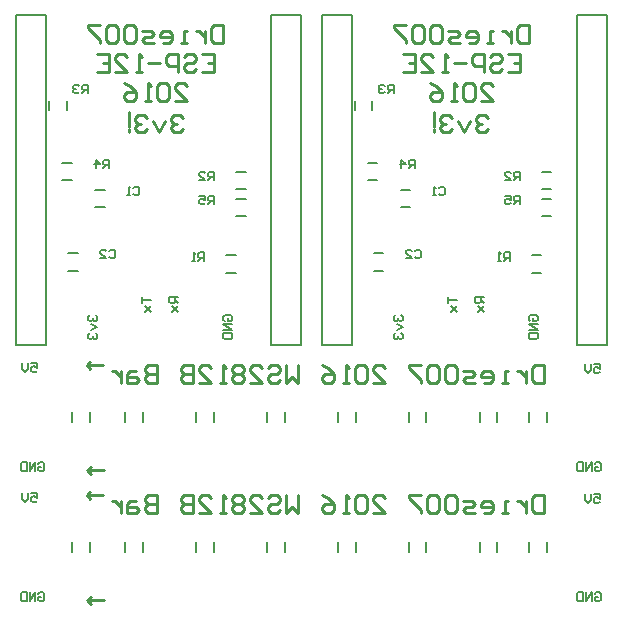
<source format=gbo>
G04 Layer_Color=32896*
%FSLAX23Y23*%
%MOIN*%
G70*
G01*
G75*
%ADD16C,0.010*%
%ADD32C,0.005*%
%ADD34C,0.008*%
D16*
X1574Y1628D02*
X1564Y1638D01*
X1544D01*
X1534Y1628D01*
Y1618D01*
X1544Y1608D01*
X1554D01*
X1544D01*
X1534Y1598D01*
Y1589D01*
X1544Y1579D01*
X1564D01*
X1574Y1589D01*
X1514Y1618D02*
X1494Y1579D01*
X1474Y1618D01*
X1454Y1628D02*
X1444Y1638D01*
X1424D01*
X1414Y1628D01*
Y1618D01*
X1424Y1608D01*
X1434D01*
X1424D01*
X1414Y1598D01*
Y1589D01*
X1424Y1579D01*
X1444D01*
X1454Y1589D01*
X1394Y1598D02*
Y1648D01*
Y1589D02*
Y1579D01*
X1549Y1684D02*
X1589D01*
X1549Y1724D01*
Y1734D01*
X1559Y1744D01*
X1579D01*
X1589Y1734D01*
X1529D02*
X1519Y1744D01*
X1499D01*
X1489Y1734D01*
Y1694D01*
X1499Y1684D01*
X1519D01*
X1529Y1694D01*
Y1734D01*
X1469Y1684D02*
X1449D01*
X1459D01*
Y1744D01*
X1469Y1734D01*
X1379Y1744D02*
X1399Y1734D01*
X1419Y1714D01*
Y1694D01*
X1409Y1684D01*
X1389D01*
X1379Y1694D01*
Y1704D01*
X1389Y1714D01*
X1419D01*
X1639Y1840D02*
X1679D01*
Y1780D01*
X1639D01*
X1679Y1810D02*
X1659D01*
X1579Y1830D02*
X1589Y1840D01*
X1609D01*
X1619Y1830D01*
Y1820D01*
X1609Y1810D01*
X1589D01*
X1579Y1800D01*
Y1790D01*
X1589Y1780D01*
X1609D01*
X1619Y1790D01*
X1559Y1780D02*
Y1840D01*
X1529D01*
X1519Y1830D01*
Y1810D01*
X1529Y1800D01*
X1559D01*
X1499Y1810D02*
X1459D01*
X1439Y1780D02*
X1419D01*
X1429D01*
Y1840D01*
X1439Y1830D01*
X1349Y1780D02*
X1389D01*
X1349Y1820D01*
Y1830D01*
X1359Y1840D01*
X1379D01*
X1389Y1830D01*
X1289Y1840D02*
X1329D01*
Y1780D01*
X1289D01*
X1329Y1810D02*
X1309D01*
X1709Y1936D02*
Y1876D01*
X1679D01*
X1669Y1886D01*
Y1926D01*
X1679Y1936D01*
X1709D01*
X1649Y1916D02*
Y1876D01*
Y1896D01*
X1639Y1906D01*
X1629Y1916D01*
X1619D01*
X1589Y1876D02*
X1569D01*
X1579D01*
Y1916D01*
X1589D01*
X1509Y1876D02*
X1529D01*
X1539Y1886D01*
Y1906D01*
X1529Y1916D01*
X1509D01*
X1499Y1906D01*
Y1896D01*
X1539D01*
X1479Y1876D02*
X1449D01*
X1439Y1886D01*
X1449Y1896D01*
X1469D01*
X1479Y1906D01*
X1469Y1916D01*
X1439D01*
X1419Y1926D02*
X1409Y1936D01*
X1389D01*
X1379Y1926D01*
Y1886D01*
X1389Y1876D01*
X1409D01*
X1419Y1886D01*
Y1926D01*
X1359D02*
X1349Y1936D01*
X1329D01*
X1319Y1926D01*
Y1886D01*
X1329Y1876D01*
X1349D01*
X1359Y1886D01*
Y1926D01*
X1299Y1936D02*
X1259D01*
Y1926D01*
X1299Y1886D01*
Y1876D01*
X555Y1628D02*
X545Y1638D01*
X525D01*
X515Y1628D01*
Y1618D01*
X525Y1608D01*
X535D01*
X525D01*
X515Y1598D01*
Y1589D01*
X525Y1579D01*
X545D01*
X555Y1589D01*
X495Y1618D02*
X475Y1579D01*
X455Y1618D01*
X435Y1628D02*
X425Y1638D01*
X405D01*
X395Y1628D01*
Y1618D01*
X405Y1608D01*
X415D01*
X405D01*
X395Y1598D01*
Y1589D01*
X405Y1579D01*
X425D01*
X435Y1589D01*
X375Y1598D02*
Y1648D01*
Y1589D02*
Y1579D01*
X530Y1684D02*
X570D01*
X530Y1724D01*
Y1734D01*
X540Y1744D01*
X560D01*
X570Y1734D01*
X510D02*
X500Y1744D01*
X480D01*
X470Y1734D01*
Y1694D01*
X480Y1684D01*
X500D01*
X510Y1694D01*
Y1734D01*
X450Y1684D02*
X430D01*
X440D01*
Y1744D01*
X450Y1734D01*
X360Y1744D02*
X380Y1734D01*
X400Y1714D01*
Y1694D01*
X390Y1684D01*
X370D01*
X360Y1694D01*
Y1704D01*
X370Y1714D01*
X400D01*
X620Y1840D02*
X660D01*
Y1780D01*
X620D01*
X660Y1810D02*
X640D01*
X560Y1830D02*
X570Y1840D01*
X590D01*
X600Y1830D01*
Y1820D01*
X590Y1810D01*
X570D01*
X560Y1800D01*
Y1790D01*
X570Y1780D01*
X590D01*
X600Y1790D01*
X540Y1780D02*
Y1840D01*
X510D01*
X500Y1830D01*
Y1810D01*
X510Y1800D01*
X540D01*
X480Y1810D02*
X440D01*
X420Y1780D02*
X400D01*
X410D01*
Y1840D01*
X420Y1830D01*
X330Y1780D02*
X370D01*
X330Y1820D01*
Y1830D01*
X340Y1840D01*
X360D01*
X370Y1830D01*
X270Y1840D02*
X310D01*
Y1780D01*
X270D01*
X310Y1810D02*
X290D01*
X690Y1936D02*
Y1876D01*
X660D01*
X650Y1886D01*
Y1926D01*
X660Y1936D01*
X690D01*
X630Y1916D02*
Y1876D01*
Y1896D01*
X620Y1906D01*
X610Y1916D01*
X600D01*
X570Y1876D02*
X550D01*
X560D01*
Y1916D01*
X570D01*
X490Y1876D02*
X510D01*
X520Y1886D01*
Y1906D01*
X510Y1916D01*
X490D01*
X480Y1906D01*
Y1896D01*
X520D01*
X460Y1876D02*
X430D01*
X420Y1886D01*
X430Y1896D01*
X450D01*
X460Y1906D01*
X450Y1916D01*
X420D01*
X400Y1926D02*
X390Y1936D01*
X370D01*
X360Y1926D01*
Y1886D01*
X370Y1876D01*
X390D01*
X400Y1886D01*
Y1926D01*
X340D02*
X330Y1936D01*
X310D01*
X300Y1926D01*
Y1886D01*
X310Y1876D01*
X330D01*
X340Y1886D01*
Y1926D01*
X280Y1936D02*
X240D01*
Y1926D01*
X280Y1886D01*
Y1876D01*
X236Y370D02*
X248Y382D01*
X236Y370D02*
X291D01*
X236D02*
X248Y358D01*
X238Y20D02*
X250Y8D01*
X238Y20D02*
X293D01*
X238D02*
X250Y32D01*
X1760Y371D02*
Y311D01*
X1730D01*
X1720Y321D01*
Y361D01*
X1730Y371D01*
X1760D01*
X1700Y351D02*
Y311D01*
Y331D01*
X1690Y341D01*
X1680Y351D01*
X1670D01*
X1640Y311D02*
X1620D01*
X1630D01*
Y351D01*
X1640D01*
X1560Y311D02*
X1580D01*
X1590Y321D01*
Y341D01*
X1580Y351D01*
X1560D01*
X1550Y341D01*
Y331D01*
X1590D01*
X1530Y311D02*
X1500D01*
X1490Y321D01*
X1500Y331D01*
X1520D01*
X1530Y341D01*
X1520Y351D01*
X1490D01*
X1470Y361D02*
X1460Y371D01*
X1440D01*
X1430Y361D01*
Y321D01*
X1440Y311D01*
X1460D01*
X1470Y321D01*
Y361D01*
X1410D02*
X1400Y371D01*
X1380D01*
X1370Y361D01*
Y321D01*
X1380Y311D01*
X1400D01*
X1410Y321D01*
Y361D01*
X1350Y371D02*
X1310D01*
Y361D01*
X1350Y321D01*
Y311D01*
X1190D02*
X1230D01*
X1190Y351D01*
Y361D01*
X1200Y371D01*
X1220D01*
X1230Y361D01*
X1170D02*
X1160Y371D01*
X1140D01*
X1130Y361D01*
Y321D01*
X1140Y311D01*
X1160D01*
X1170Y321D01*
Y361D01*
X1110Y311D02*
X1090D01*
X1100D01*
Y371D01*
X1110Y361D01*
X1020Y371D02*
X1040Y361D01*
X1060Y341D01*
Y321D01*
X1050Y311D01*
X1030D01*
X1020Y321D01*
Y331D01*
X1030Y341D01*
X1060D01*
X940Y371D02*
Y311D01*
X920Y331D01*
X900Y311D01*
Y371D01*
X840Y361D02*
X850Y371D01*
X870D01*
X880Y361D01*
Y351D01*
X870Y341D01*
X850D01*
X840Y331D01*
Y321D01*
X850Y311D01*
X870D01*
X880Y321D01*
X780Y311D02*
X820D01*
X780Y351D01*
Y361D01*
X790Y371D01*
X810D01*
X820Y361D01*
X760D02*
X750Y371D01*
X730D01*
X720Y361D01*
Y351D01*
X730Y341D01*
X720Y331D01*
Y321D01*
X730Y311D01*
X750D01*
X760Y321D01*
Y331D01*
X750Y341D01*
X760Y351D01*
Y361D01*
X750Y341D02*
X730D01*
X700Y311D02*
X680D01*
X690D01*
Y371D01*
X700Y361D01*
X610Y311D02*
X650D01*
X610Y351D01*
Y361D01*
X620Y371D01*
X640D01*
X650Y361D01*
X590Y371D02*
Y311D01*
X560D01*
X550Y321D01*
Y331D01*
X560Y341D01*
X590D01*
X560D01*
X550Y351D01*
Y361D01*
X560Y371D01*
X590D01*
X470D02*
Y311D01*
X440D01*
X430Y321D01*
Y331D01*
X440Y341D01*
X470D01*
X440D01*
X430Y351D01*
Y361D01*
X440Y371D01*
X470D01*
X400Y351D02*
X380D01*
X370Y341D01*
Y311D01*
X400D01*
X410Y321D01*
X400Y331D01*
X370D01*
X350Y351D02*
Y311D01*
Y331D01*
X340Y341D01*
X330Y351D01*
X320D01*
X236Y803D02*
X248Y815D01*
X236Y803D02*
X291D01*
X236D02*
X248Y791D01*
X238Y453D02*
X250Y441D01*
X238Y453D02*
X293D01*
X238D02*
X250Y465D01*
X1760Y804D02*
Y744D01*
X1730D01*
X1720Y754D01*
Y794D01*
X1730Y804D01*
X1760D01*
X1700Y784D02*
Y744D01*
Y764D01*
X1690Y774D01*
X1680Y784D01*
X1670D01*
X1640Y744D02*
X1620D01*
X1630D01*
Y784D01*
X1640D01*
X1560Y744D02*
X1580D01*
X1590Y754D01*
Y774D01*
X1580Y784D01*
X1560D01*
X1550Y774D01*
Y764D01*
X1590D01*
X1530Y744D02*
X1500D01*
X1490Y754D01*
X1500Y764D01*
X1520D01*
X1530Y774D01*
X1520Y784D01*
X1490D01*
X1470Y794D02*
X1460Y804D01*
X1440D01*
X1430Y794D01*
Y754D01*
X1440Y744D01*
X1460D01*
X1470Y754D01*
Y794D01*
X1410D02*
X1400Y804D01*
X1380D01*
X1370Y794D01*
Y754D01*
X1380Y744D01*
X1400D01*
X1410Y754D01*
Y794D01*
X1350Y804D02*
X1310D01*
Y794D01*
X1350Y754D01*
Y744D01*
X1190D02*
X1230D01*
X1190Y784D01*
Y794D01*
X1200Y804D01*
X1220D01*
X1230Y794D01*
X1170D02*
X1160Y804D01*
X1140D01*
X1130Y794D01*
Y754D01*
X1140Y744D01*
X1160D01*
X1170Y754D01*
Y794D01*
X1110Y744D02*
X1090D01*
X1100D01*
Y804D01*
X1110Y794D01*
X1020Y804D02*
X1040Y794D01*
X1060Y774D01*
Y754D01*
X1050Y744D01*
X1030D01*
X1020Y754D01*
Y764D01*
X1030Y774D01*
X1060D01*
X940Y804D02*
Y744D01*
X920Y764D01*
X900Y744D01*
Y804D01*
X840Y794D02*
X850Y804D01*
X870D01*
X880Y794D01*
Y784D01*
X870Y774D01*
X850D01*
X840Y764D01*
Y754D01*
X850Y744D01*
X870D01*
X880Y754D01*
X780Y744D02*
X820D01*
X780Y784D01*
Y794D01*
X790Y804D01*
X810D01*
X820Y794D01*
X760D02*
X750Y804D01*
X730D01*
X720Y794D01*
Y784D01*
X730Y774D01*
X720Y764D01*
Y754D01*
X730Y744D01*
X750D01*
X760Y754D01*
Y764D01*
X750Y774D01*
X760Y784D01*
Y794D01*
X750Y774D02*
X730D01*
X700Y744D02*
X680D01*
X690D01*
Y804D01*
X700Y794D01*
X610Y744D02*
X650D01*
X610Y784D01*
Y794D01*
X620Y804D01*
X640D01*
X650Y794D01*
X590Y804D02*
Y744D01*
X560D01*
X550Y754D01*
Y764D01*
X560Y774D01*
X590D01*
X560D01*
X550Y784D01*
Y794D01*
X560Y804D01*
X590D01*
X470D02*
Y744D01*
X440D01*
X430Y754D01*
Y764D01*
X440Y774D01*
X470D01*
X440D01*
X430Y784D01*
Y794D01*
X440Y804D01*
X470D01*
X400Y784D02*
X380D01*
X370Y774D01*
Y744D01*
X400D01*
X410Y754D01*
X400Y764D01*
X370D01*
X350Y784D02*
Y744D01*
Y764D01*
X340Y774D01*
X330Y784D01*
X320D01*
D32*
X1409Y1393D02*
X1414Y1398D01*
X1424D01*
X1429Y1393D01*
Y1374D01*
X1424Y1369D01*
X1414D01*
X1409Y1374D01*
X1399Y1369D02*
X1389D01*
X1394D01*
Y1398D01*
X1399Y1393D01*
X1329Y1183D02*
X1334Y1188D01*
X1344D01*
X1349Y1183D01*
Y1164D01*
X1344Y1159D01*
X1334D01*
X1329Y1164D01*
X1299Y1159D02*
X1319D01*
X1299Y1178D01*
Y1183D01*
X1304Y1188D01*
X1314D01*
X1319Y1183D01*
X1645Y1150D02*
Y1180D01*
X1630D01*
X1625Y1175D01*
Y1165D01*
X1630Y1160D01*
X1645D01*
X1635D02*
X1625Y1150D01*
X1615D02*
X1605D01*
X1610D01*
Y1180D01*
X1615Y1175D01*
X1679Y1419D02*
Y1448D01*
X1664D01*
X1659Y1443D01*
Y1433D01*
X1664Y1429D01*
X1679D01*
X1669D02*
X1659Y1419D01*
X1629D02*
X1649D01*
X1629Y1438D01*
Y1443D01*
X1634Y1448D01*
X1644D01*
X1649Y1443D01*
X1259Y1709D02*
Y1738D01*
X1244D01*
X1239Y1733D01*
Y1723D01*
X1244Y1719D01*
X1259D01*
X1249D02*
X1239Y1709D01*
X1229Y1733D02*
X1224Y1738D01*
X1214D01*
X1209Y1733D01*
Y1728D01*
X1214Y1723D01*
X1219D01*
X1214D01*
X1209Y1719D01*
Y1714D01*
X1214Y1709D01*
X1224D01*
X1229Y1714D01*
X1329Y1459D02*
Y1488D01*
X1314D01*
X1309Y1483D01*
Y1473D01*
X1314Y1469D01*
X1329D01*
X1319D02*
X1309Y1459D01*
X1284D02*
Y1488D01*
X1299Y1473D01*
X1279D01*
X1679Y1339D02*
Y1368D01*
X1664D01*
X1659Y1363D01*
Y1353D01*
X1664Y1349D01*
X1679D01*
X1669D02*
X1659Y1339D01*
X1629Y1368D02*
X1649D01*
Y1353D01*
X1639Y1358D01*
X1634D01*
X1629Y1353D01*
Y1344D01*
X1634Y1339D01*
X1644D01*
X1649Y1344D01*
X1264Y969D02*
X1259Y964D01*
Y954D01*
X1264Y949D01*
X1269D01*
X1274Y954D01*
Y959D01*
Y954D01*
X1279Y949D01*
X1284D01*
X1289Y954D01*
Y964D01*
X1284Y969D01*
X1269Y939D02*
X1289Y929D01*
X1269Y919D01*
X1264Y909D02*
X1259Y904D01*
Y894D01*
X1264Y889D01*
X1269D01*
X1274Y894D01*
Y899D01*
Y894D01*
X1279Y889D01*
X1284D01*
X1289Y894D01*
Y904D01*
X1284Y909D01*
X1439Y1029D02*
Y1009D01*
Y1019D01*
X1469D01*
X1449Y999D02*
X1469Y979D01*
X1459Y989D01*
X1449Y979D01*
X1469Y999D01*
X1559Y1029D02*
X1529D01*
Y1014D01*
X1534Y1009D01*
X1544D01*
X1549Y1014D01*
Y1029D01*
Y1019D02*
X1559Y1009D01*
X1539Y999D02*
X1559Y979D01*
X1549Y989D01*
X1539Y979D01*
X1559Y999D01*
X1714Y949D02*
X1709Y954D01*
Y964D01*
X1714Y969D01*
X1734D01*
X1739Y964D01*
Y954D01*
X1734Y949D01*
X1724D01*
Y959D01*
X1739Y939D02*
X1709D01*
X1739Y919D01*
X1709D01*
Y909D02*
X1739D01*
Y894D01*
X1734Y889D01*
X1714D01*
X1709Y894D01*
Y909D01*
X390Y1393D02*
X395Y1398D01*
X405D01*
X410Y1393D01*
Y1374D01*
X405Y1369D01*
X395D01*
X390Y1374D01*
X380Y1369D02*
X370D01*
X375D01*
Y1398D01*
X380Y1393D01*
X310Y1183D02*
X315Y1188D01*
X325D01*
X330Y1183D01*
Y1164D01*
X325Y1159D01*
X315D01*
X310Y1164D01*
X280Y1159D02*
X300D01*
X280Y1178D01*
Y1183D01*
X285Y1188D01*
X295D01*
X300Y1183D01*
X627Y1150D02*
Y1180D01*
X612D01*
X607Y1175D01*
Y1165D01*
X612Y1160D01*
X627D01*
X617D02*
X607Y1150D01*
X597D02*
X587D01*
X592D01*
Y1180D01*
X597Y1175D01*
X660Y1419D02*
Y1448D01*
X645D01*
X640Y1443D01*
Y1433D01*
X645Y1429D01*
X660D01*
X650D02*
X640Y1419D01*
X610D02*
X630D01*
X610Y1438D01*
Y1443D01*
X615Y1448D01*
X625D01*
X630Y1443D01*
X240Y1709D02*
Y1738D01*
X225D01*
X220Y1733D01*
Y1723D01*
X225Y1719D01*
X240D01*
X230D02*
X220Y1709D01*
X210Y1733D02*
X205Y1738D01*
X195D01*
X190Y1733D01*
Y1728D01*
X195Y1723D01*
X200D01*
X195D01*
X190Y1719D01*
Y1714D01*
X195Y1709D01*
X205D01*
X210Y1714D01*
X310Y1459D02*
Y1488D01*
X295D01*
X290Y1483D01*
Y1473D01*
X295Y1469D01*
X310D01*
X300D02*
X290Y1459D01*
X265D02*
Y1488D01*
X280Y1473D01*
X260D01*
X660Y1339D02*
Y1368D01*
X645D01*
X640Y1363D01*
Y1353D01*
X645Y1349D01*
X660D01*
X650D02*
X640Y1339D01*
X610Y1368D02*
X630D01*
Y1353D01*
X620Y1358D01*
X615D01*
X610Y1353D01*
Y1344D01*
X615Y1339D01*
X625D01*
X630Y1344D01*
X245Y969D02*
X240Y964D01*
Y954D01*
X245Y949D01*
X250D01*
X255Y954D01*
Y959D01*
Y954D01*
X260Y949D01*
X265D01*
X270Y954D01*
Y964D01*
X265Y969D01*
X250Y939D02*
X270Y929D01*
X250Y919D01*
X245Y909D02*
X240Y904D01*
Y894D01*
X245Y889D01*
X250D01*
X255Y894D01*
Y899D01*
Y894D01*
X260Y889D01*
X265D01*
X270Y894D01*
Y904D01*
X265Y909D01*
X420Y1029D02*
Y1009D01*
Y1019D01*
X450D01*
X430Y999D02*
X450Y979D01*
X440Y989D01*
X430Y979D01*
X450Y999D01*
X540Y1029D02*
X510D01*
Y1014D01*
X515Y1009D01*
X525D01*
X530Y1014D01*
Y1029D01*
Y1019D02*
X540Y1009D01*
X520Y999D02*
X540Y979D01*
X530Y989D01*
X520Y979D01*
X540Y999D01*
X695Y949D02*
X690Y954D01*
Y964D01*
X695Y969D01*
X715D01*
X720Y964D01*
Y954D01*
X715Y949D01*
X705D01*
Y959D01*
X720Y939D02*
X690D01*
X720Y919D01*
X690D01*
Y909D02*
X720D01*
Y894D01*
X715Y889D01*
X695D01*
X690Y894D01*
Y909D01*
X1925Y373D02*
X1945D01*
Y358D01*
X1935Y363D01*
X1930D01*
X1925Y358D01*
Y348D01*
X1930Y343D01*
X1940D01*
X1945Y348D01*
X1915Y373D02*
Y353D01*
X1905Y343D01*
X1895Y353D01*
Y373D01*
X51Y376D02*
X71D01*
Y361D01*
X61Y366D01*
X56D01*
X51Y361D01*
Y351D01*
X56Y346D01*
X66D01*
X71Y351D01*
X41Y376D02*
Y356D01*
X31Y346D01*
X21Y356D01*
Y376D01*
X74Y41D02*
X79Y46D01*
X89D01*
X94Y41D01*
Y21D01*
X89Y16D01*
X79D01*
X74Y21D01*
Y31D01*
X84D01*
X64Y16D02*
Y46D01*
X45Y16D01*
Y46D01*
X35D02*
Y16D01*
X20D01*
X15Y21D01*
Y41D01*
X20Y46D01*
X35D01*
X1929Y41D02*
X1934Y46D01*
X1944D01*
X1949Y41D01*
Y21D01*
X1944Y16D01*
X1934D01*
X1929Y21D01*
Y31D01*
X1939D01*
X1919Y16D02*
Y46D01*
X1899Y16D01*
Y46D01*
X1889D02*
Y16D01*
X1874D01*
X1869Y21D01*
Y41D01*
X1874Y46D01*
X1889D01*
X1925Y806D02*
X1945D01*
Y791D01*
X1935Y796D01*
X1930D01*
X1925Y791D01*
Y781D01*
X1930Y776D01*
X1940D01*
X1945Y781D01*
X1915Y806D02*
Y786D01*
X1905Y776D01*
X1895Y786D01*
Y806D01*
X51Y810D02*
X71D01*
Y795D01*
X61Y800D01*
X56D01*
X51Y795D01*
Y785D01*
X56Y780D01*
X66D01*
X71Y785D01*
X41Y810D02*
Y790D01*
X31Y780D01*
X21Y790D01*
Y810D01*
X74Y474D02*
X79Y479D01*
X89D01*
X94Y474D01*
Y454D01*
X89Y449D01*
X79D01*
X74Y454D01*
Y464D01*
X84D01*
X64Y449D02*
Y479D01*
X45Y449D01*
Y479D01*
X35D02*
Y449D01*
X20D01*
X15Y454D01*
Y474D01*
X20Y479D01*
X35D01*
X1929Y474D02*
X1934Y479D01*
X1944D01*
X1949Y474D01*
Y454D01*
X1944Y449D01*
X1934D01*
X1929Y454D01*
Y464D01*
X1939D01*
X1919Y449D02*
Y479D01*
X1899Y449D01*
Y479D01*
X1889D02*
Y449D01*
X1874D01*
X1869Y454D01*
Y474D01*
X1874Y479D01*
X1889D01*
D34*
X1869Y869D02*
X1969D01*
Y1969D01*
X1869D02*
X1969D01*
X1869Y1894D02*
Y1969D01*
Y869D02*
Y1894D01*
X1019Y869D02*
X1119D01*
Y1969D01*
X1019D02*
X1119D01*
X1019Y1894D02*
Y1969D01*
Y869D02*
Y1894D01*
X1283Y1329D02*
X1314D01*
X1283Y1388D02*
X1314D01*
X1173Y1478D02*
X1204D01*
X1173Y1419D02*
X1204D01*
X1129Y1653D02*
Y1684D01*
X1188Y1653D02*
Y1684D01*
X1193Y1117D02*
X1224D01*
X1193Y1176D02*
X1224D01*
X1753Y1299D02*
X1784D01*
X1753Y1358D02*
X1784D01*
X1753Y1448D02*
X1784D01*
X1753Y1389D02*
X1784D01*
X1719Y1170D02*
X1751D01*
X1719Y1111D02*
X1751D01*
X850Y869D02*
X950D01*
Y1969D01*
X850D02*
X950D01*
X850Y1894D02*
Y1969D01*
Y869D02*
Y1894D01*
X0Y869D02*
X100D01*
Y1969D01*
X0D02*
X100D01*
X0Y1894D02*
Y1969D01*
Y869D02*
Y1894D01*
X264Y1329D02*
X296D01*
X264Y1388D02*
X296D01*
X154Y1478D02*
X186D01*
X154Y1419D02*
X186D01*
X110Y1653D02*
Y1684D01*
X170Y1653D02*
Y1684D01*
X174Y1117D02*
X206D01*
X174Y1176D02*
X206D01*
X734Y1299D02*
X766D01*
X734Y1358D02*
X766D01*
X734Y1448D02*
X766D01*
X734Y1389D02*
X766D01*
X701Y1170D02*
X732D01*
X701Y1111D02*
X732D01*
X246Y181D02*
Y213D01*
X187Y181D02*
Y213D01*
X659Y181D02*
Y213D01*
X600Y181D02*
Y213D01*
X423Y181D02*
Y213D01*
X364Y181D02*
Y213D01*
X896Y181D02*
Y213D01*
X837Y181D02*
Y213D01*
X1368Y181D02*
Y213D01*
X1309Y181D02*
Y213D01*
X1604Y181D02*
Y213D01*
X1545Y181D02*
Y213D01*
X1770Y181D02*
Y213D01*
X1711Y181D02*
Y213D01*
X1132Y181D02*
Y213D01*
X1073Y181D02*
Y213D01*
X246Y614D02*
Y646D01*
X187Y614D02*
Y646D01*
X659Y614D02*
Y646D01*
X600Y614D02*
Y646D01*
X423Y614D02*
Y646D01*
X364Y614D02*
Y646D01*
X896Y614D02*
Y646D01*
X837Y614D02*
Y646D01*
X1368Y614D02*
Y646D01*
X1309Y614D02*
Y646D01*
X1604Y614D02*
Y646D01*
X1545Y614D02*
Y646D01*
X1770Y614D02*
Y646D01*
X1711Y614D02*
Y646D01*
X1132Y614D02*
Y646D01*
X1073Y614D02*
Y646D01*
M02*

</source>
